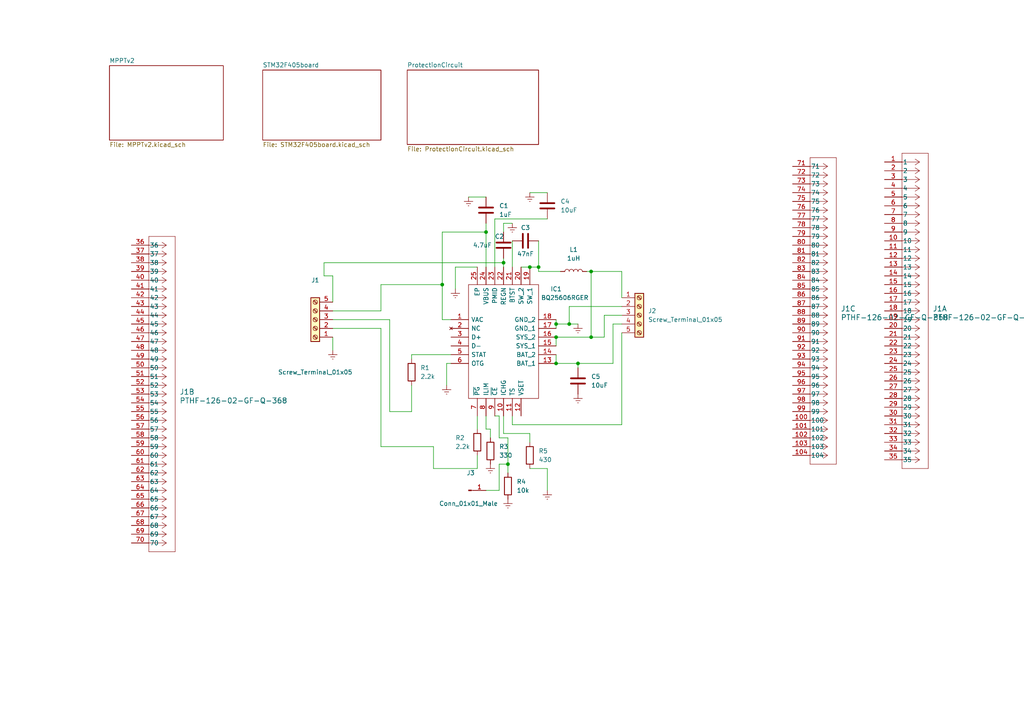
<source format=kicad_sch>
(kicad_sch (version 20230121) (generator eeschema)
  (paper "A4")
  (lib_symbols
    (symbol "BQ25606RGER:BQ25606RGER" (pin_names (offset 0.762))
      (property "Reference" "IC" (at 26.67 15.24 0))
      (property "Value" "BQ25606RGER" (at 26.67 12.7 0))
      (symbol "BQ25606RGER_0_0"
        (pin passive line (at 0 0 0) (length 5.08) (name "VAC") (number "1"))
        (pin passive line (at 15.24 -27.94 90) (length 5.08) (name "ICHG") (number "10"))
        (pin passive line (at 17.78 -27.94 90) (length 5.08) (name "TS") (number "11"))
        (pin passive line (at 20.32 -27.94 90) (length 5.08) (name "VSET") (number "12"))
        (pin passive line (at 30.48 -12.7 180) (length 5.08) (name "BAT_1") (number "13"))
        (pin passive line (at 30.48 -10.16 180) (length 5.08) (name "BAT_2") (number "14"))
        (pin passive line (at 30.48 -7.62 180) (length 5.08) (name "SYS_1") (number "15"))
        (pin passive line (at 30.48 -5.08 180) (length 5.08) (name "SYS_2") (number "16"))
        (pin passive line (at 30.48 -2.54 180) (length 5.08) (name "GND_1") (number "17"))
        (pin passive line (at 30.48 0 180) (length 5.08) (name "GND_2") (number "18"))
        (pin passive line (at 22.86 15.24 270) (length 5.08) (name "SW_1") (number "19"))
        (pin no_connect line (at 0 -2.54 0) (length 5.08) (name "NC") (number "2"))
        (pin passive line (at 20.32 15.24 270) (length 5.08) (name "SW_2") (number "20"))
        (pin passive line (at 17.78 15.24 270) (length 5.08) (name "BTST") (number "21"))
        (pin passive line (at 15.24 15.24 270) (length 5.08) (name "REGN") (number "22"))
        (pin passive line (at 12.7 15.24 270) (length 5.08) (name "PMID") (number "23"))
        (pin passive line (at 10.16 15.24 270) (length 5.08) (name "VBUS") (number "24"))
        (pin passive line (at 7.62 15.24 270) (length 5.08) (name "EP") (number "25"))
        (pin passive line (at 0 -5.08 0) (length 5.08) (name "D+") (number "3"))
        (pin passive line (at 0 -7.62 0) (length 5.08) (name "D-") (number "4"))
        (pin passive line (at 0 -10.16 0) (length 5.08) (name "STAT") (number "5"))
        (pin passive line (at 0 -12.7 0) (length 5.08) (name "OTG") (number "6"))
        (pin passive line (at 7.62 -27.94 90) (length 5.08) (name "~{PG}") (number "7"))
        (pin passive line (at 10.16 -27.94 90) (length 5.08) (name "ILIM") (number "8"))
        (pin passive line (at 12.7 -27.94 90) (length 5.08) (name "~{CE}") (number "9"))
      )
    )
    (symbol "Connector:Conn_01x01_Male" (pin_names (offset 1.016) hide)
      (property "Reference" "J" (at 0 2.54 0))
      (property "Value" "Conn_01x01_Male" (at 0 -2.54 0))
      (symbol "Conn_01x01_Male_1_1"
        (pin passive line (at 5.08 0 180) (length 3.81) (name "Pin_1") (number "1"))
      )
    )
    (symbol "Connector:Screw_Terminal_01x05" (pin_names (offset 1.016) hide)
      (property "Reference" "J" (at 0 7.62 0))
      (property "Value" "Screw_Terminal_01x05" (at 0 -7.62 0))
      (symbol "Screw_Terminal_01x05_1_1"
        (pin passive line (at -5.08 5.08 0) (length 3.81) (name "Pin_1") (number "1"))
        (pin passive line (at -5.08 2.54 0) (length 3.81) (name "Pin_2") (number "2"))
        (pin passive line (at -5.08 0 0) (length 3.81) (name "Pin_3") (number "3"))
        (pin passive line (at -5.08 -2.54 0) (length 3.81) (name "Pin_4") (number "4"))
        (pin passive line (at -5.08 -5.08 0) (length 3.81) (name "Pin_5") (number "5"))
      )
    )
    (symbol "Device:C" (pin_numbers hide) (pin_names (offset 0.254))
      (property "Reference" "C" (at 0.635 2.54 0))
      (property "Value" "C" (at 0.635 -2.54 0))
      (symbol "C_1_1"
        (pin passive line (at 0 3.81 270) (length 2.794) (name "~") (number "1"))
        (pin passive line (at 0 -3.81 90) (length 2.794) (name "~") (number "2"))
      )
    )
    (symbol "Device:L" (pin_numbers hide) (pin_names (offset 1.016) hide)
      (property "Reference" "L" (at -1.27 0 90))
      (property "Value" "L" (at 1.905 0 90))
      (symbol "L_1_1"
        (pin passive line (at 0 3.81 270) (length 1.27) (name "1") (number "1"))
        (pin passive line (at 0 -3.81 90) (length 1.27) (name "2") (number "2"))
      )
    )
    (symbol "Device:R" (pin_numbers hide) (pin_names (offset 0))
      (property "Reference" "R" (at 2.032 0 90))
      (property "Value" "R" (at 0 0 90))
      (symbol "R_1_1"
        (pin passive line (at 0 3.81 270) (length 1.27) (name "~") (number "1"))
        (pin passive line (at 0 -3.81 90) (length 1.27) (name "~") (number "2"))
      )
    )
    (symbol "Earth_1" (power) (pin_numbers hide) (pin_names (offset 0) hide)
      (symbol "Earth_1_1_1"
        (pin power_in line (at 0 0 270) (length 0) hide (name "Earth") (number "1"))
      )
    )
    (symbol "Earth_2" (power) (pin_numbers hide) (pin_names (offset 0) hide)
      (symbol "Earth_2_1_1"
        (pin power_in line (at 0 0 270) (length 0) hide (name "Earth") (number "1"))
      )
    )
    (symbol "PC104 conn:PTHF-126-02-GF-Q-368" (pin_names (offset 0.254))
      (property "Reference" "J" (at 8.89 6.35 0))
      (property "Value" "PTHF-126-02-GF-Q-368" (at 0 0 0))
      (symbol "PTHF-126-02-GF-Q-368_1_1"
        (pin unspecified line (at 0 0 0) (length 5.08) (name "1") (number "1"))
        (pin unspecified line (at 0 -22.86 0) (length 5.08) (name "10") (number "10"))
        (pin unspecified line (at 0 -25.4 0) (length 5.08) (name "11") (number "11"))
        (pin unspecified line (at 0 -27.94 0) (length 5.08) (name "12") (number "12"))
        (pin unspecified line (at 0 -30.48 0) (length 5.08) (name "13") (number "13"))
        (pin unspecified line (at 0 -33.02 0) (length 5.08) (name "14") (number "14"))
        (pin unspecified line (at 0 -35.56 0) (length 5.08) (name "15") (number "15"))
        (pin unspecified line (at 0 -38.1 0) (length 5.08) (name "16") (number "16"))
        (pin unspecified line (at 0 -40.64 0) (length 5.08) (name "17") (number "17"))
        (pin unspecified line (at 0 -43.18 0) (length 5.08) (name "18") (number "18"))
        (pin unspecified line (at 0 -45.72 0) (length 5.08) (name "19") (number "19"))
        (pin unspecified line (at 0 -2.54 0) (length 5.08) (name "2") (number "2"))
        (pin unspecified line (at 0 -48.26 0) (length 5.08) (name "20") (number "20"))
        (pin unspecified line (at 0 -50.8 0) (length 5.08) (name "21") (number "21"))
        (pin unspecified line (at 0 -53.34 0) (length 5.08) (name "22") (number "22"))
        (pin unspecified line (at 0 -55.88 0) (length 5.08) (name "23") (number "23"))
        (pin unspecified line (at 0 -58.42 0) (length 5.08) (name "24") (number "24"))
        (pin unspecified line (at 0 -60.96 0) (length 5.08) (name "25") (number "25"))
        (pin unspecified line (at 0 -63.5 0) (length 5.08) (name "26") (number "26"))
        (pin unspecified line (at 0 -66.04 0) (length 5.08) (name "27") (number "27"))
        (pin unspecified line (at 0 -68.58 0) (length 5.08) (name "28") (number "28"))
        (pin unspecified line (at 0 -71.12 0) (length 5.08) (name "29") (number "29"))
        (pin unspecified line (at 0 -5.08 0) (length 5.08) (name "3") (number "3"))
        (pin unspecified line (at 0 -73.66 0) (length 5.08) (name "30") (number "30"))
        (pin unspecified line (at 0 -76.2 0) (length 5.08) (name "31") (number "31"))
        (pin unspecified line (at 0 -78.74 0) (length 5.08) (name "32") (number "32"))
        (pin unspecified line (at 0 -81.28 0) (length 5.08) (name "33") (number "33"))
        (pin unspecified line (at 0 -83.82 0) (length 5.08) (name "34") (number "34"))
        (pin unspecified line (at 0 -86.36 0) (length 5.08) (name "35") (number "35"))
        (pin unspecified line (at 0 -7.62 0) (length 5.08) (name "4") (number "4"))
        (pin unspecified line (at 0 -10.16 0) (length 5.08) (name "5") (number "5"))
        (pin unspecified line (at 0 -12.7 0) (length 5.08) (name "6") (number "6"))
        (pin unspecified line (at 0 -15.24 0) (length 5.08) (name "7") (number "7"))
        (pin unspecified line (at 0 -17.78 0) (length 5.08) (name "8") (number "8"))
        (pin unspecified line (at 0 -20.32 0) (length 5.08) (name "9") (number "9"))
      )
      (symbol "PTHF-126-02-GF-Q-368_1_2"
        (pin unspecified line (at 0 0 0) (length 5.08) (name "1") (number "1"))
        (pin unspecified line (at 0 -22.86 0) (length 5.08) (name "10") (number "10"))
        (pin unspecified line (at 0 -25.4 0) (length 5.08) (name "11") (number "11"))
        (pin unspecified line (at 0 -27.94 0) (length 5.08) (name "12") (number "12"))
        (pin unspecified line (at 0 -30.48 0) (length 5.08) (name "13") (number "13"))
        (pin unspecified line (at 0 -33.02 0) (length 5.08) (name "14") (number "14"))
        (pin unspecified line (at 0 -35.56 0) (length 5.08) (name "15") (number "15"))
        (pin unspecified line (at 0 -38.1 0) (length 5.08) (name "16") (number "16"))
        (pin unspecified line (at 0 -40.64 0) (length 5.08) (name "17") (number "17"))
        (pin unspecified line (at 0 -43.18 0) (length 5.08) (name "18") (number "18"))
        (pin unspecified line (at 0 -45.72 0) (length 5.08) (name "19") (number "19"))
        (pin unspecified line (at 0 -2.54 0) (length 5.08) (name "2") (number "2"))
        (pin unspecified line (at 0 -48.26 0) (length 5.08) (name "20") (number "20"))
        (pin unspecified line (at 0 -50.8 0) (length 5.08) (name "21") (number "21"))
        (pin unspecified line (at 0 -53.34 0) (length 5.08) (name "22") (number "22"))
        (pin unspecified line (at 0 -55.88 0) (length 5.08) (name "23") (number "23"))
        (pin unspecified line (at 0 -58.42 0) (length 5.08) (name "24") (number "24"))
        (pin unspecified line (at 0 -60.96 0) (length 5.08) (name "25") (number "25"))
        (pin unspecified line (at 0 -63.5 0) (length 5.08) (name "26") (number "26"))
        (pin unspecified line (at 0 -66.04 0) (length 5.08) (name "27") (number "27"))
        (pin unspecified line (at 0 -68.58 0) (length 5.08) (name "28") (number "28"))
        (pin unspecified line (at 0 -71.12 0) (length 5.08) (name "29") (number "29"))
        (pin unspecified line (at 0 -5.08 0) (length 5.08) (name "3") (number "3"))
        (pin unspecified line (at 0 -73.66 0) (length 5.08) (name "30") (number "30"))
        (pin unspecified line (at 0 -76.2 0) (length 5.08) (name "31") (number "31"))
        (pin unspecified line (at 0 -78.74 0) (length 5.08) (name "32") (number "32"))
        (pin unspecified line (at 0 -81.28 0) (length 5.08) (name "33") (number "33"))
        (pin unspecified line (at 0 -83.82 0) (length 5.08) (name "34") (number "34"))
        (pin unspecified line (at 0 -86.36 0) (length 5.08) (name "35") (number "35"))
        (pin unspecified line (at 0 -7.62 0) (length 5.08) (name "4") (number "4"))
        (pin unspecified line (at 0 -10.16 0) (length 5.08) (name "5") (number "5"))
        (pin unspecified line (at 0 -12.7 0) (length 5.08) (name "6") (number "6"))
        (pin unspecified line (at 0 -15.24 0) (length 5.08) (name "7") (number "7"))
        (pin unspecified line (at 0 -17.78 0) (length 5.08) (name "8") (number "8"))
        (pin unspecified line (at 0 -20.32 0) (length 5.08) (name "9") (number "9"))
      )
      (symbol "PTHF-126-02-GF-Q-368_2_1"
        (pin unspecified line (at 0 0 0) (length 5.08) (name "36") (number "36"))
        (pin unspecified line (at 0 -2.54 0) (length 5.08) (name "37") (number "37"))
        (pin unspecified line (at 0 -5.08 0) (length 5.08) (name "38") (number "38"))
        (pin unspecified line (at 0 -7.62 0) (length 5.08) (name "39") (number "39"))
        (pin unspecified line (at 0 -10.16 0) (length 5.08) (name "40") (number "40"))
        (pin unspecified line (at 0 -12.7 0) (length 5.08) (name "41") (number "41"))
        (pin unspecified line (at 0 -15.24 0) (length 5.08) (name "42") (number "42"))
        (pin unspecified line (at 0 -17.78 0) (length 5.08) (name "43") (number "43"))
        (pin unspecified line (at 0 -20.32 0) (length 5.08) (name "44") (number "44"))
        (pin unspecified line (at 0 -22.86 0) (length 5.08) (name "45") (number "45"))
        (pin unspecified line (at 0 -25.4 0) (length 5.08) (name "46") (number "46"))
        (pin unspecified line (at 0 -27.94 0) (length 5.08) (name "47") (number "47"))
        (pin unspecified line (at 0 -30.48 0) (length 5.08) (name "48") (number "48"))
        (pin unspecified line (at 0 -33.02 0) (length 5.08) (name "49") (number "49"))
        (pin unspecified line (at 0 -35.56 0) (length 5.08) (name "50") (number "50"))
        (pin unspecified line (at 0 -38.1 0) (length 5.08) (name "51") (number "51"))
        (pin unspecified line (at 0 -40.64 0) (length 5.08) (name "52") (number "52"))
        (pin unspecified line (at 0 -43.18 0) (length 5.08) (name "53") (number "53"))
        (pin unspecified line (at 0 -45.72 0) (length 5.08) (name "54") (number "54"))
        (pin unspecified line (at 0 -48.26 0) (length 5.08) (name "55") (number "55"))
        (pin unspecified line (at 0 -50.8 0) (length 5.08) (name "56") (number "56"))
        (pin unspecified line (at 0 -53.34 0) (length 5.08) (name "57") (number "57"))
        (pin unspecified line (at 0 -55.88 0) (length 5.08) (name "58") (number "58"))
        (pin unspecified line (at 0 -58.42 0) (length 5.08) (name "59") (number "59"))
        (pin unspecified line (at 0 -60.96 0) (length 5.08) (name "60") (number "60"))
        (pin unspecified line (at 0 -63.5 0) (length 5.08) (name "61") (number "61"))
        (pin unspecified line (at 0 -66.04 0) (length 5.08) (name "62") (number "62"))
        (pin unspecified line (at 0 -68.58 0) (length 5.08) (name "63") (number "63"))
        (pin unspecified line (at 0 -71.12 0) (length 5.08) (name "64") (number "64"))
        (pin unspecified line (at 0 -73.66 0) (length 5.08) (name "65") (number "65"))
        (pin unspecified line (at 0 -76.2 0) (length 5.08) (name "66") (number "66"))
        (pin unspecified line (at 0 -78.74 0) (length 5.08) (name "67") (number "67"))
        (pin unspecified line (at 0 -81.28 0) (length 5.08) (name "68") (number "68"))
        (pin unspecified line (at 0 -83.82 0) (length 5.08) (name "69") (number "69"))
        (pin unspecified line (at 0 -86.36 0) (length 5.08) (name "70") (number "70"))
      )
      (symbol "PTHF-126-02-GF-Q-368_2_2"
        (pin unspecified line (at 0 0 0) (length 5.08) (name "36") (number "36"))
        (pin unspecified line (at 0 -2.54 0) (length 5.08) (name "37") (number "37"))
        (pin unspecified line (at 0 -5.08 0) (length 5.08) (name "38") (number "38"))
        (pin unspecified line (at 0 -7.62 0) (length 5.08) (name "39") (number "39"))
        (pin unspecified line (at 0 -10.16 0) (length 5.08) (name "40") (number "40"))
        (pin unspecified line (at 0 -12.7 0) (length 5.08) (name "41") (number "41"))
        (pin unspecified line (at 0 -15.24 0) (length 5.08) (name "42") (number "42"))
        (pin unspecified line (at 0 -17.78 0) (length 5.08) (name "43") (number "43"))
        (pin unspecified line (at 0 -20.32 0) (length 5.08) (name "44") (number "44"))
        (pin unspecified line (at 0 -22.86 0) (length 5.08) (name "45") (number "45"))
        (pin unspecified line (at 0 -25.4 0) (length 5.08) (name "46") (number "46"))
        (pin unspecified line (at 0 -27.94 0) (length 5.08) (name "47") (number "47"))
        (pin unspecified line (at 0 -30.48 0) (length 5.08) (name "48") (number "48"))
        (pin unspecified line (at 0 -33.02 0) (length 5.08) (name "49") (number "49"))
        (pin unspecified line (at 0 -35.56 0) (length 5.08) (name "50") (number "50"))
        (pin unspecified line (at 0 -38.1 0) (length 5.08) (name "51") (number "51"))
        (pin unspecified line (at 0 -40.64 0) (length 5.08) (name "52") (number "52"))
        (pin unspecified line (at 0 -43.18 0) (length 5.08) (name "53") (number "53"))
        (pin unspecified line (at 0 -45.72 0) (length 5.08) (name "54") (number "54"))
        (pin unspecified line (at 0 -48.26 0) (length 5.08) (name "55") (number "55"))
        (pin unspecified line (at 0 -50.8 0) (length 5.08) (name "56") (number "56"))
        (pin unspecified line (at 0 -53.34 0) (length 5.08) (name "57") (number "57"))
        (pin unspecified line (at 0 -55.88 0) (length 5.08) (name "58") (number "58"))
        (pin unspecified line (at 0 -58.42 0) (length 5.08) (name "59") (number "59"))
        (pin unspecified line (at 0 -60.96 0) (length 5.08) (name "60") (number "60"))
        (pin unspecified line (at 0 -63.5 0) (length 5.08) (name "61") (number "61"))
        (pin unspecified line (at 0 -66.04 0) (length 5.08) (name "62") (number "62"))
        (pin unspecified line (at 0 -68.58 0) (length 5.08) (name "63") (number "63"))
        (pin unspecified line (at 0 -71.12 0) (length 5.08) (name "64") (number "64"))
        (pin unspecified line (at 0 -73.66 0) (length 5.08) (name "65") (number "65"))
        (pin unspecified line (at 0 -76.2 0) (length 5.08) (name "66") (number "66"))
        (pin unspecified line (at 0 -78.74 0) (length 5.08) (name "67") (number "67"))
        (pin unspecified line (at 0 -81.28 0) (length 5.08) (name "68") (number "68"))
        (pin unspecified line (at 0 -83.82 0) (length 5.08) (name "69") (number "69"))
        (pin unspecified line (at 0 -86.36 0) (length 5.08) (name "70") (number "70"))
      )
      (symbol "PTHF-126-02-GF-Q-368_3_1"
        (pin unspecified line (at 0 -73.66 0) (length 5.08) (name "100") (number "100"))
        (pin unspecified line (at 0 -76.2 0) (length 5.08) (name "101") (number "101"))
        (pin unspecified line (at 0 -78.74 0) (length 5.08) (name "102") (number "102"))
        (pin unspecified line (at 0 -81.28 0) (length 5.08) (name "103") (number "103"))
        (pin unspecified line (at 0 -83.82 0) (length 5.08) (name "104") (number "104"))
        (pin unspecified line (at 0 0 0) (length 5.08) (name "71") (number "71"))
        (pin unspecified line (at 0 -2.54 0) (length 5.08) (name "72") (number "72"))
        (pin unspecified line (at 0 -5.08 0) (length 5.08) (name "73") (number "73"))
        (pin unspecified line (at 0 -7.62 0) (length 5.08) (name "74") (number "74"))
        (pin unspecified line (at 0 -10.16 0) (length 5.08) (name "75") (number "75"))
        (pin unspecified line (at 0 -12.7 0) (length 5.08) (name "76") (number "76"))
        (pin unspecified line (at 0 -15.24 0) (length 5.08) (name "77") (number "77"))
        (pin unspecified line (at 0 -17.78 0) (length 5.08) (name "78") (number "78"))
        (pin unspecified line (at 0 -20.32 0) (length 5.08) (name "79") (number "79"))
        (pin unspecified line (at 0 -22.86 0) (length 5.08) (name "80") (number "80"))
        (pin unspecified line (at 0 -25.4 0) (length 5.08) (name "81") (number "81"))
        (pin unspecified line (at 0 -27.94 0) (length 5.08) (name "82") (number "82"))
        (pin unspecified line (at 0 -30.48 0) (length 5.08) (name "83") (number "83"))
        (pin unspecified line (at 0 -33.02 0) (length 5.08) (name "84") (number "84"))
        (pin unspecified line (at 0 -35.56 0) (length 5.08) (name "85") (number "85"))
        (pin unspecified line (at 0 -38.1 0) (length 5.08) (name "86") (number "86"))
        (pin unspecified line (at 0 -40.64 0) (length 5.08) (name "87") (number "87"))
        (pin unspecified line (at 0 -43.18 0) (length 5.08) (name "88") (number "88"))
        (pin unspecified line (at 0 -45.72 0) (length 5.08) (name "89") (number "89"))
        (pin unspecified line (at 0 -48.26 0) (length 5.08) (name "90") (number "90"))
        (pin unspecified line (at 0 -50.8 0) (length 5.08) (name "91") (number "91"))
        (pin unspecified line (at 0 -53.34 0) (length 5.08) (name "92") (number "92"))
        (pin unspecified line (at 0 -55.88 0) (length 5.08) (name "93") (number "93"))
        (pin unspecified line (at 0 -58.42 0) (length 5.08) (name "94") (number "94"))
        (pin unspecified line (at 0 -60.96 0) (length 5.08) (name "95") (number "95"))
        (pin unspecified line (at 0 -63.5 0) (length 5.08) (name "96") (number "96"))
        (pin unspecified line (at 0 -66.04 0) (length 5.08) (name "97") (number "97"))
        (pin unspecified line (at 0 -68.58 0) (length 5.08) (name "98") (number "98"))
        (pin unspecified line (at 0 -71.12 0) (length 5.08) (name "99") (number "99"))
      )
      (symbol "PTHF-126-02-GF-Q-368_3_2"
        (pin unspecified line (at 0 -73.66 0) (length 5.08) (name "100") (number "100"))
        (pin unspecified line (at 0 -76.2 0) (length 5.08) (name "101") (number "101"))
        (pin unspecified line (at 0 -78.74 0) (length 5.08) (name "102") (number "102"))
        (pin unspecified line (at 0 -81.28 0) (length 5.08) (name "103") (number "103"))
        (pin unspecified line (at 0 -83.82 0) (length 5.08) (name "104") (number "104"))
        (pin unspecified line (at 0 0 0) (length 5.08) (name "71") (number "71"))
        (pin unspecified line (at 0 -2.54 0) (length 5.08) (name "72") (number "72"))
        (pin unspecified line (at 0 -5.08 0) (length 5.08) (name "73") (number "73"))
        (pin unspecified line (at 0 -7.62 0) (length 5.08) (name "74") (number "74"))
        (pin unspecified line (at 0 -10.16 0) (length 5.08) (name "75") (number "75"))
        (pin unspecified line (at 0 -12.7 0) (length 5.08) (name "76") (number "76"))
        (pin unspecified line (at 0 -15.24 0) (length 5.08) (name "77") (number "77"))
        (pin unspecified line (at 0 -17.78 0) (length 5.08) (name "78") (number "78"))
        (pin unspecified line (at 0 -20.32 0) (length 5.08) (name "79") (number "79"))
        (pin unspecified line (at 0 -22.86 0) (length 5.08) (name "80") (number "80"))
        (pin unspecified line (at 0 -25.4 0) (length 5.08) (name "81") (number "81"))
        (pin unspecified line (at 0 -27.94 0) (length 5.08) (name "82") (number "82"))
        (pin unspecified line (at 0 -30.48 0) (length 5.08) (name "83") (number "83"))
        (pin unspecified line (at 0 -33.02 0) (length 5.08) (name "84") (number "84"))
        (pin unspecified line (at 0 -35.56 0) (length 5.08) (name "85") (number "85"))
        (pin unspecified line (at 0 -38.1 0) (length 5.08) (name "86") (number "86"))
        (pin unspecified line (at 0 -40.64 0) (length 5.08) (name "87") (number "87"))
        (pin unspecified line (at 0 -43.18 0) (length 5.08) (name "88") (number "88"))
        (pin unspecified line (at 0 -45.72 0) (length 5.08) (name "89") (number "89"))
        (pin unspecified line (at 0 -48.26 0) (length 5.08) (name "90") (number "90"))
        (pin unspecified line (at 0 -50.8 0) (length 5.08) (name "91") (number "91"))
        (pin unspecified line (at 0 -53.34 0) (length 5.08) (name "92") (number "92"))
        (pin unspecified line (at 0 -55.88 0) (length 5.08) (name "93") (number "93"))
        (pin unspecified line (at 0 -58.42 0) (length 5.08) (name "94") (number "94"))
        (pin unspecified line (at 0 -60.96 0) (length 5.08) (name "95") (number "95"))
        (pin unspecified line (at 0 -63.5 0) (length 5.08) (name "96") (number "96"))
        (pin unspecified line (at 0 -66.04 0) (length 5.08) (name "97") (number "97"))
        (pin unspecified line (at 0 -68.58 0) (length 5.08) (name "98") (number "98"))
        (pin unspecified line (at 0 -71.12 0) (length 5.08) (name "99") (number "99"))
      )
    )
    (symbol "power:Earth" (power) (pin_numbers hide) (pin_names (offset 0) hide)
      (symbol "Earth_1_1"
        (pin power_in line (at 0 0 270) (length 0) hide (name "Earth") (number "1"))
      )
    )
  )
  (junction (at 171.45 78.74))
  (junction (at 128.27 82.55))
  (junction (at 146.05 76.2))
  (junction (at 140.97 67.31))
  (junction (at 161.29 97.79))
  (junction (at 165.1 93.98))
  (junction (at 161.29 93.98))
  (junction (at 161.29 105.41))
  (junction (at 153.67 77.47))
  (junction (at 167.64 105.41))
  (junction (at 147.32 134.62))
  (junction (at 156.21 77.47))
  (junction (at 171.45 97.79))
  (wire (pts (xy 135.89 57.15) (xy 140.97 57.15)))
  (wire (pts (xy 144.78 134.62) (xy 147.32 134.62)))
  (wire (pts (xy 119.38 119.38) (xy 113.03 119.38)))
  (wire (pts (xy 175.26 91.44) (xy 175.26 97.79)))
  (wire (pts (xy 171.45 97.79) (xy 161.29 97.79)))
  (wire (pts (xy 130.81 92.71) (xy 128.27 92.71)))
  (wire (pts (xy 140.97 67.31) (xy 140.97 77.47)))
  (wire (pts (xy 158.75 135.89) (xy 158.75 142.24)))
  (wire (pts (xy 138.43 135.89) (xy 125.73 135.89)))
  (wire (pts (xy 93.98 80.01) (xy 96.52 80.01)))
  (wire (pts (xy 148.59 123.19) (xy 148.59 120.65)))
  (wire (pts (xy 146.05 64.77) (xy 146.05 67.31)))
  (wire (pts (xy 138.43 77.47) (xy 132.08 77.47)))
  (wire (pts (xy 148.59 69.85) (xy 148.59 77.47)))
  (wire (pts (xy 153.67 55.88) (xy 158.75 55.88)))
  (wire (pts (xy 138.43 132.08) (xy 138.43 135.89)))
  (wire (pts (xy 151.13 77.47) (xy 153.67 77.47)))
  (wire (pts (xy 144.78 142.24) (xy 144.78 134.62)))
  (wire (pts (xy 170.18 78.74) (xy 171.45 78.74)))
  (wire (pts (xy 177.8 93.98) (xy 177.8 105.41)))
  (wire (pts (xy 156.21 78.74) (xy 156.21 77.47)))
  (wire (pts (xy 128.27 92.71) (xy 128.27 82.55)))
  (wire (pts (xy 119.38 111.76) (xy 119.38 119.38)))
  (wire (pts (xy 156.21 77.47) (xy 153.67 77.47)))
  (wire (pts (xy 171.45 78.74) (xy 171.45 97.79)))
  (wire (pts (xy 161.29 105.41) (xy 167.64 105.41)))
  (wire (pts (xy 161.29 102.87) (xy 161.29 105.41)))
  (wire (pts (xy 147.32 127) (xy 144.78 127)))
  (wire (pts (xy 153.67 128.27) (xy 153.67 125.73)))
  (wire (pts (xy 175.26 97.79) (xy 171.45 97.79)))
  (wire (pts (xy 165.1 93.98) (xy 161.29 93.98)))
  (wire (pts (xy 146.05 64.77) (xy 148.59 64.77)))
  (wire (pts (xy 180.34 93.98) (xy 177.8 93.98)))
  (wire (pts (xy 110.49 82.55) (xy 128.27 82.55)))
  (wire (pts (xy 128.27 67.31) (xy 140.97 67.31)))
  (wire (pts (xy 165.1 88.9) (xy 165.1 93.98)))
  (wire (pts (xy 96.52 80.01) (xy 96.52 87.63)))
  (wire (pts (xy 180.34 86.36) (xy 180.34 78.74)))
  (wire (pts (xy 142.24 124.46) (xy 142.24 127)))
  (wire (pts (xy 167.64 105.41) (xy 167.64 106.68)))
  (wire (pts (xy 96.52 90.17) (xy 110.49 90.17)))
  (wire (pts (xy 110.49 129.54) (xy 125.73 129.54)))
  (wire (pts (xy 147.32 134.62) (xy 147.32 127)))
  (wire (pts (xy 143.51 63.5) (xy 158.75 63.5)))
  (wire (pts (xy 119.38 102.87) (xy 119.38 104.14)))
  (wire (pts (xy 156.21 69.85) (xy 156.21 77.47)))
  (wire (pts (xy 180.34 91.44) (xy 175.26 91.44)))
  (wire (pts (xy 171.45 78.74) (xy 180.34 78.74)))
  (wire (pts (xy 129.54 105.41) (xy 130.81 105.41)))
  (wire (pts (xy 132.08 77.47) (xy 132.08 83.82)))
  (wire (pts (xy 119.38 102.87) (xy 130.81 102.87)))
  (wire (pts (xy 180.34 123.19) (xy 148.59 123.19)))
  (wire (pts (xy 153.67 125.73) (xy 146.05 125.73)))
  (wire (pts (xy 140.97 142.24) (xy 144.78 142.24)))
  (wire (pts (xy 113.03 119.38) (xy 113.03 92.71)))
  (wire (pts (xy 110.49 95.25) (xy 110.49 129.54)))
  (wire (pts (xy 146.05 125.73) (xy 146.05 120.65)))
  (wire (pts (xy 144.78 127) (xy 144.78 120.65)))
  (wire (pts (xy 96.52 97.79) (xy 96.52 101.6)))
  (wire (pts (xy 93.98 76.2) (xy 146.05 76.2)))
  (wire (pts (xy 146.05 74.93) (xy 146.05 76.2)))
  (wire (pts (xy 138.43 124.46) (xy 138.43 120.65)))
  (wire (pts (xy 129.54 111.76) (xy 129.54 105.41)))
  (wire (pts (xy 144.78 120.65) (xy 143.51 120.65)))
  (wire (pts (xy 125.73 135.89) (xy 125.73 129.54)))
  (wire (pts (xy 140.97 64.77) (xy 140.97 67.31)))
  (wire (pts (xy 161.29 93.98) (xy 161.29 95.25)))
  (wire (pts (xy 180.34 88.9) (xy 165.1 88.9)))
  (wire (pts (xy 140.97 124.46) (xy 142.24 124.46)))
  (wire (pts (xy 156.21 78.74) (xy 162.56 78.74)))
  (wire (pts (xy 110.49 90.17) (xy 110.49 82.55)))
  (wire (pts (xy 140.97 120.65) (xy 140.97 124.46)))
  (wire (pts (xy 96.52 95.25) (xy 110.49 95.25)))
  (wire (pts (xy 128.27 82.55) (xy 128.27 67.31)))
  (wire (pts (xy 146.05 76.2) (xy 146.05 77.47)))
  (wire (pts (xy 161.29 97.79) (xy 161.29 100.33)))
  (wire (pts (xy 165.1 93.98) (xy 167.64 93.98)))
  (wire (pts (xy 158.75 135.89) (xy 153.67 135.89)))
  (wire (pts (xy 177.8 105.41) (xy 167.64 105.41)))
  (wire (pts (xy 93.98 76.2) (xy 93.98 80.01)))
  (wire (pts (xy 180.34 96.52) (xy 180.34 123.19)))
  (wire (pts (xy 147.32 137.16) (xy 147.32 134.62)))
  (wire (pts (xy 161.29 92.71) (xy 161.29 93.98)))
  (wire (pts (xy 143.51 63.5) (xy 143.51 77.47)))
  (wire (pts (xy 96.52 92.71) (xy 113.03 92.71)))
  (symbol (lib_name "Earth_2") (lib_id "power:Earth") (at 142.24 134.62 0) (unit 1)
    (property "Reference" "#PWR0108" (effects hide))
    (property "Value" "Earth" (effects hide))
  )
  (symbol (lib_id "Device:R") (at 153.67 132.08 0) (unit 1)
    (property "Reference" "R5" (at 156.21 130.8099 0) (effects (justify left)))
    (property "Value" "430" (at 156.21 133.3499 0) (effects (justify left)))
    (property "Footprint" "rst 430:ERJH3" (effects hide))
  )
  (symbol (lib_name "Earth_2") (lib_id "power:Earth") (at 167.64 93.98 0) (unit 1)
    (property "Reference" "#PWR0104" (effects hide))
    (property "Value" "Earth" (effects hide))
  )
  (symbol (lib_id "Device:C") (at 140.97 60.96 0) (unit 1)
    (property "Reference" "C1" (at 144.78 59.6899 0) (effects (justify left)))
    (property "Value" "1uF" (at 144.78 62.2299 0) (effects (justify left)))
    (property "Footprint" "1uF cap:C1206" (effects hide))
  )
  (symbol (lib_name "Earth_2") (lib_id "power:Earth") (at 147.32 144.78 0) (unit 1)
    (property "Reference" "#PWR0107" (effects hide))
    (property "Value" "Earth" (effects hide))
  )
  (symbol (lib_id "power:Earth") (at 132.08 83.82 0) (unit 1)
    (property "Reference" "#PWR02" (effects hide))
    (property "Value" "Earth" (effects hide))
  )
  (symbol (lib_name "Earth_2") (lib_id "power:Earth") (at 158.75 142.24 0) (unit 1)
    (property "Reference" "#PWR0109" (effects hide))
    (property "Value" "Earth" (effects hide))
  )
  (symbol (lib_id "PC104 conn:PTHF-126-02-GF-Q-368") (at 256.54 46.99 0) (unit 1)
    (property "Reference" "J1" (at 270.51 89.535 0) (effects (font (size 1.524 1.524)) (justify left)))
    (property "Value" "PTHF-126-02-GF-Q-368" (at 270.51 92.075 0) (effects (font (size 1.524 1.524)) (justify left)))
    (property "Footprint" "CONN_PTHF-126-02-GF-Q-368_SAI" (effects hide))
    (property "Datasheet" "PTHF-126-02-GF-Q-368" (effects hide))
  )
  (symbol (lib_id "Device:C") (at 146.05 71.12 0) (unit 1)
    (property "Reference" "C2" (at 143.51 68.58 0) (effects (justify left)))
    (property "Value" "4.7uF" (at 137.16 71.12 0) (effects (justify left)))
    (property "Footprint" "cap 4.7uf:C1210" (effects hide))
  )
  (symbol (lib_id "Device:R") (at 147.32 140.97 0) (unit 1)
    (property "Reference" "R4" (at 149.86 139.6999 0) (effects (justify left)))
    (property "Value" "10k" (at 149.86 142.2399 0) (effects (justify left)))
    (property "Footprint" "10k rst:ERA8KEB1004V" (effects hide))
  )
  (symbol (lib_id "Device:C") (at 152.4 69.85 90) (unit 1)
    (property "Reference" "C3" (at 152.4 66.04 90))
    (property "Value" "47nF" (at 152.4 73.66 90))
    (property "Footprint" "47nF:C1005_Commercial" (effects hide))
  )
  (symbol (lib_name "Earth_2") (lib_id "power:Earth") (at 153.67 55.88 0) (unit 1)
    (property "Reference" "#PWR0102" (effects hide))
    (property "Value" "Earth" (effects hide))
  )
  (symbol (lib_id "Device:R") (at 138.43 128.27 0) (unit 1)
    (property "Reference" "R2" (at 132.08 127 0) (effects (justify left)))
    (property "Value" "2.2k" (at 132.08 129.54 0) (effects (justify left)))
    (property "Footprint" "2.2k rst:RESC2012X65N" (effects hide))
  )
  (symbol (lib_id "power:Earth") (at 129.54 111.76 0) (unit 1)
    (property "Reference" "#PWR0106" (effects hide))
    (property "Value" "Earth" (effects hide))
  )
  (symbol (lib_id "Device:R") (at 119.38 107.95 0) (unit 1)
    (property "Reference" "R1" (at 121.92 106.6799 0) (effects (justify left)))
    (property "Value" "2.2k" (at 121.92 109.2199 0) (effects (justify left)))
    (property "Footprint" "2.2k rst:RESC2012X65N" (effects hide))
  )
  (symbol (lib_id "BQ25606RGER:BQ25606RGER") (at 130.81 92.71 0) (unit 1)
    (property "Reference" "IC1" (at 161.29 83.82 0))
    (property "Value" "BQ25606RGER" (at 163.83 86.36 0))
    (property "Footprint" "QFN50P400X400X100-25N-D" (effects hide))
    (property "Datasheet" "http://www.ti.com/lit/gpn/bq25606" (effects hide))
    (property "Description" "Stand Alone Single Cell 3-A Fast Charger with High Input Voltage and Power Path" (effects hide))
    (property "Height" "1" (effects hide))
    (property "Mouser Part Number" "595-BQ25606RGER" (effects hide))
    (property "Mouser Price/Stock" "https://www.mouser.co.uk/ProductDetail/Texas-Instruments/BQ25606RGER?qs=5aG0NVq1C4zkYp5xuky4%2Fg%3D%3D" (effects hide))
    (property "Manufacturer_Name" "Texas Instruments" (effects hide))
    (property "Manufacturer_Part_Number" "BQ25606RGER" (effects hide))
  )
  (symbol (lib_name "Earth_1") (lib_id "power:Earth") (at 148.59 64.77 0) (unit 1)
    (property "Reference" "#PWR0103" (effects hide))
    (property "Value" "Earth" (effects hide))
  )
  (symbol (lib_id "PC104 conn:PTHF-126-02-GF-Q-368") (at 38.1 71.12 0) (unit 2)
    (property "Reference" "J1" (at 52.07 113.665 0) (effects (font (size 1.524 1.524)) (justify left)))
    (property "Value" "PTHF-126-02-GF-Q-368" (at 52.07 116.205 0) (effects (font (size 1.524 1.524)) (justify left)))
    (property "Footprint" "CONN_PTHF-126-02-GF-Q-368_SAI" (effects hide))
    (property "Datasheet" "PTHF-126-02-GF-Q-368" (effects hide))
  )
  (symbol (lib_id "Device:R") (at 142.24 130.81 0) (unit 1)
    (property "Reference" "R3" (at 144.78 129.5399 0) (effects (justify left)))
    (property "Value" "330" (at 144.78 132.0799 0) (effects (justify left)))
    (property "Footprint" "rst 330:H2C_H2R" (effects hide))
  )
  (symbol (lib_id "power:Earth") (at 96.52 101.6 0) (unit 1)
    (property "Reference" "#PWR01" (effects hide))
    (property "Value" "Earth" (effects hide))
  )
  (symbol (lib_id "PC104 conn:PTHF-126-02-GF-Q-368") (at 229.87 48.26 0) (unit 3)
    (property "Reference" "J1" (at 243.84 89.535 0) (effects (font (size 1.524 1.524)) (justify left)))
    (property "Value" "PTHF-126-02-GF-Q-368" (at 243.84 92.075 0) (effects (font (size 1.524 1.524)) (justify left)))
    (property "Footprint" "CONN_PTHF-126-02-GF-Q-368_SAI" (effects hide))
    (property "Datasheet" "PTHF-126-02-GF-Q-368" (effects hide))
  )
  (symbol (lib_id "Device:C") (at 167.64 110.49 0) (unit 1)
    (property "Reference" "C5" (at 171.45 109.2199 0) (effects (justify left)))
    (property "Value" "10uF" (at 171.45 111.7599 0) (effects (justify left)))
    (property "Footprint" "10uF MLCC:CAPC2012X94N" (effects hide))
  )
  (symbol (lib_id "Connector:Conn_01x01_Male") (at 135.89 142.24 0) (unit 1)
    (property "Reference" "J3" (at 136.525 137.16 0))
    (property "Value" "Conn_01x01_Male" (at 135.89 146.05 0))
    (property "Footprint" "Connector_PinHeader_1.00mm:PinHeader_1x01_P1.00mm_Vertical" (effects hide))
  )
  (symbol (lib_id "Connector:Screw_Terminal_01x05") (at 91.44 92.71 180) (unit 1)
    (property "Reference" "J1" (at 91.44 81.28 0))
    (property "Value" "Screw_Terminal_01x05" (at 91.44 107.95 0))
    (property "Footprint" "TerminalBlock_MetzConnect:TerminalBlock_MetzConnect_Type059_RT06305HBWC_1x05_P3.50mm_Horizontal" (effects hide))
  )
  (symbol (lib_id "Device:C") (at 158.75 59.69 0) (unit 1)
    (property "Reference" "C4" (at 162.56 58.4199 0) (effects (justify left)))
    (property "Value" "10uF" (at 162.56 60.9599 0) (effects (justify left)))
    (property "Footprint" "10uF MLCC:CAPC2012X94N" (effects hide))
  )
  (symbol (lib_id "power:Earth") (at 135.89 57.15 0) (unit 1)
    (property "Reference" "#PWR0101" (effects hide))
    (property "Value" "Earth" (effects hide))
  )
  (symbol (lib_id "Device:L") (at 166.37 78.74 90) (unit 1)
    (property "Reference" "L1" (at 166.37 72.39 90))
    (property "Value" "1uH" (at 166.37 74.93 90))
    (property "Footprint" "1uH indc:IHHP0805ZHER1R0M01" (effects hide))
  )
  (symbol (lib_name "Earth_2") (lib_id "power:Earth") (at 167.64 114.3 0) (unit 1)
    (property "Reference" "#PWR0105" (effects hide))
    (property "Value" "Earth" (effects hide))
  )
  (symbol (lib_id "Connector:Screw_Terminal_01x05") (at 185.42 91.44 0) (unit 1)
    (property "Reference" "J2" (at 187.96 90.1699 0) (effects (justify left)))
    (property "Value" "Screw_Terminal_01x05" (at 187.96 92.7099 0) (effects (justify left)))
    (property "Footprint" "TerminalBlock_MetzConnect:TerminalBlock_MetzConnect_Type059_RT06305HBWC_1x05_P3.50mm_Horizontal" (effects hide))
  )
  (sheet (at 76.2 20.32) (size 34.29 20.32) (stroke (width 0.1524))
    (property "Sheetname" "STM32F405board" (at 76.2 19.6084 0) (effects (justify left bottom)))
    (property "Sheetfile" "STM32F405board.kicad_sch" (at 76.2 41.2246 0) (effects (justify left top)))
  )
  (sheet (at 118.11 20.32) (size 38.1 21.59) (stroke (width 0.1524))
    (property "Sheetname" "ProtectionCircuit" (at 118.11 19.6084 0) (effects (justify left bottom)))
    (property "Sheetfile" "ProtectionCircuit.kicad_sch" (at 118.11 42.4946 0) (effects (justify left top)))
  )
  (sheet (at 31.75 19.05) (size 33.02 21.59) (stroke (width 0.1524))
    (property "Sheetname" "MPPTv2" (at 31.75 18.3384 0) (effects (justify left bottom)))
    (property "Sheetfile" "MPPTv2.kicad_sch" (at 31.75 41.2246 0) (effects (justify left top)))
  )
)
</source>
